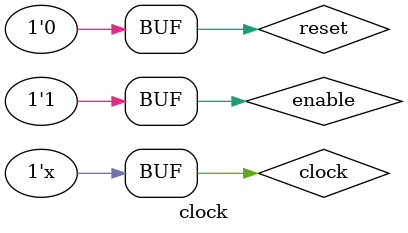
<source format=v>
`timescale 1ns/100ps
module clock;

	reg reset;
	reg enable;
	wire [6:0] data_out;
	reg clock;
	


ramp test (
	.reset	(reset),
	.enable	(enable),
	.data_out	(data_out),
	.clock	(clock)
);

initial
begin
	reset = 0;
	clock = 0;
	enable = 0;
#1 reset = 1;
#1 reset = 0;
#5	enable = 1;
end

always
	#5 clock = !clock;
	
endmodule

</source>
